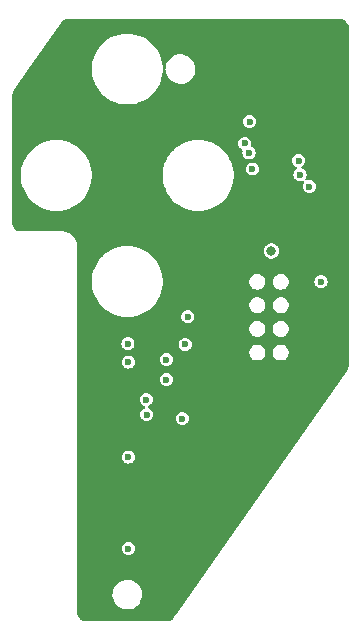
<source format=gbr>
%TF.GenerationSoftware,KiCad,Pcbnew,6.99.0-1.20221101gitf80c150.fc36*%
%TF.CreationDate,2022-11-27T20:33:09+00:00*%
%TF.ProjectId,bugg-led-r4,62756767-2d6c-4656-942d-72342e6b6963,rev?*%
%TF.SameCoordinates,Original*%
%TF.FileFunction,Copper,L5,Inr*%
%TF.FilePolarity,Positive*%
%FSLAX46Y46*%
G04 Gerber Fmt 4.6, Leading zero omitted, Abs format (unit mm)*
G04 Created by KiCad (PCBNEW 6.99.0-1.20221101gitf80c150.fc36) date 2022-11-27 20:33:09*
%MOMM*%
%LPD*%
G01*
G04 APERTURE LIST*
%TA.AperFunction,ViaPad*%
%ADD10C,0.800000*%
%TD*%
%TA.AperFunction,ViaPad*%
%ADD11C,0.600000*%
%TD*%
G04 APERTURE END LIST*
D10*
%TO.N,GND*%
X9525000Y3775000D03*
X16200000Y-5100000D03*
X16200000Y-4300000D03*
X13900000Y3525000D03*
X8925000Y-16175000D03*
D11*
%TO.N,+3V3*%
X10350000Y4550000D03*
D10*
X12200000Y-6400000D03*
D11*
%TO.N,Net-(LED201-GK)*%
X50000Y-14250000D03*
X3300000Y-17300000D03*
%TO.N,/LED1_B*%
X10600000Y550000D03*
X5125010Y-11974398D03*
%TO.N,/LED1_G*%
X4900000Y-14300000D03*
X10300000Y1900000D03*
%TO.N,/LED1_R*%
X9950000Y2700000D03*
X3300000Y-15600000D03*
%TO.N,/LED2_B*%
X15425010Y-950000D03*
X4650000Y-20600000D03*
%TO.N,/LED2_G*%
X14625010Y50000D03*
X1650000Y-20250000D03*
%TO.N,/LED2_R*%
X14500000Y1250000D03*
X1600000Y-19000000D03*
%TO.N,+5V*%
X100000Y-23850000D03*
X100000Y-15800000D03*
X100000Y-31600000D03*
X16400000Y-9000000D03*
%TD*%
%TA.AperFunction,Conductor*%
%TO.N,GND*%
G36*
X17955364Y13249499D02*
G01*
X17955568Y13249425D01*
X17956201Y13249426D01*
X17956202Y13249426D01*
X17961349Y13249435D01*
X17993545Y13249489D01*
X18005902Y13248901D01*
X18133661Y13236514D01*
X18157931Y13231720D01*
X18274841Y13196407D01*
X18297708Y13186962D01*
X18405453Y13129488D01*
X18426035Y13115756D01*
X18520475Y13038332D01*
X18537975Y13020844D01*
X18615465Y12926455D01*
X18629210Y12905886D01*
X18686760Y12798175D01*
X18696221Y12775313D01*
X18731612Y12658435D01*
X18736422Y12634165D01*
X18748897Y12506418D01*
X18749494Y12494050D01*
X18749456Y12456081D01*
X18749500Y12455961D01*
X18749500Y-16056015D01*
X18749129Y-16065682D01*
X18741583Y-16163747D01*
X18738650Y-16182744D01*
X18717019Y-16275334D01*
X18711231Y-16293666D01*
X18675764Y-16381894D01*
X18667254Y-16399132D01*
X18616311Y-16485101D01*
X18611099Y-16493176D01*
X18588515Y-16525401D01*
X18588502Y-16525451D01*
X18588498Y-16525457D01*
X7834240Y-31884178D01*
X4256447Y-36993813D01*
X3976774Y-37393228D01*
X3976476Y-37393583D01*
X3976289Y-37393714D01*
X3975902Y-37394267D01*
X3954426Y-37424936D01*
X3947026Y-37434492D01*
X3865523Y-37529920D01*
X3848153Y-37546695D01*
X3754702Y-37621030D01*
X3734448Y-37634183D01*
X3628525Y-37689322D01*
X3606133Y-37698369D01*
X3548889Y-37715326D01*
X3491643Y-37732283D01*
X3467936Y-37736892D01*
X3364068Y-37746893D01*
X3343013Y-37748920D01*
X3330937Y-37749500D01*
X-3493813Y-37749500D01*
X-3506163Y-37748893D01*
X-3512788Y-37748241D01*
X-3633869Y-37736315D01*
X-3658089Y-37731499D01*
X-3774952Y-37696049D01*
X-3797766Y-37686598D01*
X-3905461Y-37629034D01*
X-3925988Y-37615318D01*
X-4020391Y-37537844D01*
X-4037844Y-37520391D01*
X-4115318Y-37425988D01*
X-4129036Y-37405458D01*
X-4135017Y-37394267D01*
X-4186598Y-37297766D01*
X-4196050Y-37274949D01*
X-4231498Y-37158092D01*
X-4236316Y-37133866D01*
X-4248893Y-37006163D01*
X-4249500Y-36993813D01*
X-4249500Y-35556330D01*
X-1254290Y-35556330D01*
X-1224075Y-35779387D01*
X-1154517Y-35993464D01*
X-1047852Y-36191681D01*
X-1044330Y-36196097D01*
X-1044327Y-36196102D01*
X-978932Y-36278103D01*
X-907508Y-36367666D01*
X-903255Y-36371381D01*
X-903251Y-36371386D01*
X-742899Y-36511481D01*
X-737996Y-36515765D01*
X-544764Y-36631215D01*
X-334024Y-36710307D01*
X-328459Y-36711317D01*
X-328455Y-36711318D01*
X-118118Y-36749489D01*
X-112547Y-36750500D01*
X56155Y-36750500D01*
X224188Y-36735377D01*
X229642Y-36733872D01*
X229646Y-36733871D01*
X435710Y-36677000D01*
X435711Y-36677000D01*
X441170Y-36675493D01*
X643973Y-36577829D01*
X826078Y-36445522D01*
X981632Y-36282825D01*
X1038877Y-36196102D01*
X1102515Y-36099695D01*
X1102516Y-36099693D01*
X1105635Y-36094968D01*
X1194103Y-35887988D01*
X1244191Y-35668537D01*
X1254290Y-35443670D01*
X1224075Y-35220613D01*
X1154517Y-35006536D01*
X1047852Y-34808319D01*
X1044330Y-34803903D01*
X1044327Y-34803898D01*
X971906Y-34713086D01*
X907508Y-34632334D01*
X903255Y-34628619D01*
X903251Y-34628614D01*
X742255Y-34487956D01*
X737996Y-34484235D01*
X544764Y-34368785D01*
X334024Y-34289693D01*
X328459Y-34288683D01*
X328455Y-34288682D01*
X118118Y-34250511D01*
X112547Y-34249500D01*
X-56155Y-34249500D01*
X-224188Y-34264623D01*
X-229642Y-34266128D01*
X-229646Y-34266129D01*
X-435710Y-34323000D01*
X-441170Y-34324507D01*
X-643973Y-34422171D01*
X-826078Y-34554478D01*
X-981632Y-34717175D01*
X-984749Y-34721897D01*
X-1041795Y-34808319D01*
X-1105635Y-34905032D01*
X-1194103Y-35112012D01*
X-1244191Y-35331463D01*
X-1254290Y-35556330D01*
X-4249500Y-35556330D01*
X-4249500Y-31600000D01*
X-455250Y-31600000D01*
X-436330Y-31743709D01*
X-380861Y-31877625D01*
X-292621Y-31992621D01*
X-177625Y-32080861D01*
X-43709Y-32136330D01*
X100000Y-32155250D01*
X243709Y-32136330D01*
X377625Y-32080861D01*
X492621Y-31992621D01*
X580861Y-31877625D01*
X636330Y-31743709D01*
X655250Y-31600000D01*
X636330Y-31456291D01*
X580861Y-31322375D01*
X492621Y-31207379D01*
X377625Y-31119139D01*
X243709Y-31063670D01*
X100000Y-31044750D01*
X-43709Y-31063670D01*
X-177625Y-31119139D01*
X-292621Y-31207379D01*
X-380861Y-31322375D01*
X-436330Y-31456291D01*
X-455250Y-31600000D01*
X-4249500Y-31600000D01*
X-4249500Y-23850000D01*
X-455250Y-23850000D01*
X-436330Y-23993709D01*
X-380861Y-24127625D01*
X-292621Y-24242621D01*
X-177625Y-24330861D01*
X-43709Y-24386330D01*
X100000Y-24405250D01*
X243709Y-24386330D01*
X377625Y-24330861D01*
X492621Y-24242621D01*
X580861Y-24127625D01*
X636330Y-23993709D01*
X655250Y-23850000D01*
X636330Y-23706291D01*
X580861Y-23572375D01*
X492621Y-23457379D01*
X377625Y-23369139D01*
X243709Y-23313670D01*
X100000Y-23294750D01*
X-43709Y-23313670D01*
X-177625Y-23369139D01*
X-292621Y-23457379D01*
X-380861Y-23572375D01*
X-436330Y-23706291D01*
X-455250Y-23850000D01*
X-4249500Y-23850000D01*
X-4249500Y-19000000D01*
X1044750Y-19000000D01*
X1063670Y-19143709D01*
X1119139Y-19277625D01*
X1207379Y-19392621D01*
X1322375Y-19480861D01*
X1330002Y-19484020D01*
X1330007Y-19484023D01*
X1414321Y-19518946D01*
X1469603Y-19563494D01*
X1492024Y-19630857D01*
X1474466Y-19699648D01*
X1422504Y-19748027D01*
X1414322Y-19751764D01*
X1401450Y-19757096D01*
X1372375Y-19769139D01*
X1257379Y-19857379D01*
X1169139Y-19972375D01*
X1113670Y-20106291D01*
X1094750Y-20250000D01*
X1113670Y-20393709D01*
X1169139Y-20527625D01*
X1257379Y-20642621D01*
X1372375Y-20730861D01*
X1506291Y-20786330D01*
X1650000Y-20805250D01*
X1793709Y-20786330D01*
X1927625Y-20730861D01*
X2042621Y-20642621D01*
X2075325Y-20600000D01*
X4094750Y-20600000D01*
X4113670Y-20743709D01*
X4169139Y-20877625D01*
X4257379Y-20992621D01*
X4372375Y-21080861D01*
X4506291Y-21136330D01*
X4650000Y-21155250D01*
X4793709Y-21136330D01*
X4927625Y-21080861D01*
X5042621Y-20992621D01*
X5130861Y-20877625D01*
X5186330Y-20743709D01*
X5205250Y-20600000D01*
X5186330Y-20456291D01*
X5130861Y-20322375D01*
X5042621Y-20207379D01*
X4927625Y-20119139D01*
X4793709Y-20063670D01*
X4650000Y-20044750D01*
X4506291Y-20063670D01*
X4372375Y-20119139D01*
X4257379Y-20207379D01*
X4169139Y-20322375D01*
X4113670Y-20456291D01*
X4094750Y-20600000D01*
X2075325Y-20600000D01*
X2130861Y-20527625D01*
X2186330Y-20393709D01*
X2205250Y-20250000D01*
X2186330Y-20106291D01*
X2130861Y-19972375D01*
X2042621Y-19857379D01*
X1927625Y-19769139D01*
X1919996Y-19765979D01*
X1919993Y-19765977D01*
X1835679Y-19731054D01*
X1780397Y-19686506D01*
X1757976Y-19619143D01*
X1775534Y-19550352D01*
X1827496Y-19501973D01*
X1835678Y-19498236D01*
X1848550Y-19492904D01*
X1877625Y-19480861D01*
X1992621Y-19392621D01*
X2080861Y-19277625D01*
X2136330Y-19143709D01*
X2155250Y-19000000D01*
X2136330Y-18856291D01*
X2080861Y-18722375D01*
X1992621Y-18607379D01*
X1877625Y-18519139D01*
X1743709Y-18463670D01*
X1600000Y-18444750D01*
X1456291Y-18463670D01*
X1322375Y-18519139D01*
X1207379Y-18607379D01*
X1119139Y-18722375D01*
X1063670Y-18856291D01*
X1044750Y-19000000D01*
X-4249500Y-19000000D01*
X-4249500Y-17300000D01*
X2744750Y-17300000D01*
X2763670Y-17443709D01*
X2819139Y-17577625D01*
X2907379Y-17692621D01*
X3022375Y-17780861D01*
X3156291Y-17836330D01*
X3300000Y-17855250D01*
X3443709Y-17836330D01*
X3577625Y-17780861D01*
X3692621Y-17692621D01*
X3780861Y-17577625D01*
X3836330Y-17443709D01*
X3855250Y-17300000D01*
X3836330Y-17156291D01*
X3780861Y-17022375D01*
X3692621Y-16907379D01*
X3577625Y-16819139D01*
X3443709Y-16763670D01*
X3300000Y-16744750D01*
X3156291Y-16763670D01*
X3022375Y-16819139D01*
X2907379Y-16907379D01*
X2819139Y-17022375D01*
X2763670Y-17156291D01*
X2744750Y-17300000D01*
X-4249500Y-17300000D01*
X-4249500Y-15800000D01*
X-455250Y-15800000D01*
X-436330Y-15943709D01*
X-380861Y-16077625D01*
X-292621Y-16192621D01*
X-177625Y-16280861D01*
X-43709Y-16336330D01*
X100000Y-16355250D01*
X243709Y-16336330D01*
X377625Y-16280861D01*
X492621Y-16192621D01*
X580861Y-16077625D01*
X636330Y-15943709D01*
X655250Y-15800000D01*
X636330Y-15656291D01*
X613014Y-15600000D01*
X2744750Y-15600000D01*
X2763670Y-15743709D01*
X2819139Y-15877625D01*
X2907379Y-15992621D01*
X3022375Y-16080861D01*
X3156291Y-16136330D01*
X3300000Y-16155250D01*
X3443709Y-16136330D01*
X3577625Y-16080861D01*
X3692621Y-15992621D01*
X3780861Y-15877625D01*
X3836330Y-15743709D01*
X3855250Y-15600000D01*
X3836330Y-15456291D01*
X3780861Y-15322375D01*
X3692621Y-15207379D01*
X3577625Y-15119139D01*
X3488013Y-15082021D01*
X10324500Y-15082021D01*
X10363758Y-15241295D01*
X10367301Y-15248046D01*
X10367302Y-15248048D01*
X10375501Y-15263670D01*
X10439992Y-15386546D01*
X10548771Y-15509332D01*
X10555043Y-15513661D01*
X10555045Y-15513663D01*
X10668264Y-15591812D01*
X10683774Y-15602518D01*
X10773251Y-15636452D01*
X10830027Y-15657985D01*
X10830029Y-15657986D01*
X10837155Y-15660688D01*
X10844724Y-15661607D01*
X10955359Y-15675041D01*
X10955367Y-15675041D01*
X10959143Y-15675500D01*
X11040857Y-15675500D01*
X11044633Y-15675041D01*
X11044641Y-15675041D01*
X11155276Y-15661607D01*
X11162845Y-15660688D01*
X11169971Y-15657986D01*
X11169973Y-15657985D01*
X11226749Y-15636452D01*
X11316226Y-15602518D01*
X11331736Y-15591812D01*
X11444955Y-15513663D01*
X11444957Y-15513661D01*
X11451229Y-15509332D01*
X11560008Y-15386546D01*
X11624499Y-15263670D01*
X11632698Y-15248048D01*
X11632699Y-15248046D01*
X11636242Y-15241295D01*
X11675500Y-15082021D01*
X12324500Y-15082021D01*
X12363758Y-15241295D01*
X12367301Y-15248046D01*
X12367302Y-15248048D01*
X12375501Y-15263670D01*
X12439992Y-15386546D01*
X12548771Y-15509332D01*
X12555043Y-15513661D01*
X12555045Y-15513663D01*
X12668264Y-15591812D01*
X12683774Y-15602518D01*
X12773251Y-15636452D01*
X12830027Y-15657985D01*
X12830029Y-15657986D01*
X12837155Y-15660688D01*
X12844724Y-15661607D01*
X12955359Y-15675041D01*
X12955367Y-15675041D01*
X12959143Y-15675500D01*
X13040857Y-15675500D01*
X13044633Y-15675041D01*
X13044641Y-15675041D01*
X13155276Y-15661607D01*
X13162845Y-15660688D01*
X13169971Y-15657986D01*
X13169973Y-15657985D01*
X13226749Y-15636452D01*
X13316226Y-15602518D01*
X13331736Y-15591812D01*
X13444955Y-15513663D01*
X13444957Y-15513661D01*
X13451229Y-15509332D01*
X13560008Y-15386546D01*
X13624499Y-15263670D01*
X13632698Y-15248048D01*
X13632699Y-15248046D01*
X13636242Y-15241295D01*
X13675500Y-15082021D01*
X13675500Y-14917979D01*
X13660039Y-14855250D01*
X13647449Y-14804172D01*
X13636242Y-14758705D01*
X13621629Y-14730861D01*
X13563554Y-14620210D01*
X13563553Y-14620209D01*
X13560008Y-14613454D01*
X13451229Y-14490668D01*
X13444957Y-14486339D01*
X13444955Y-14486337D01*
X13322502Y-14401814D01*
X13316226Y-14397482D01*
X13226749Y-14363548D01*
X13169973Y-14342015D01*
X13169971Y-14342014D01*
X13162845Y-14339312D01*
X13146132Y-14337283D01*
X13044641Y-14324959D01*
X13044633Y-14324959D01*
X13040857Y-14324500D01*
X12959143Y-14324500D01*
X12955367Y-14324959D01*
X12955359Y-14324959D01*
X12853868Y-14337283D01*
X12837155Y-14339312D01*
X12830029Y-14342014D01*
X12830027Y-14342015D01*
X12773251Y-14363548D01*
X12683774Y-14397482D01*
X12677498Y-14401814D01*
X12555045Y-14486337D01*
X12555043Y-14486339D01*
X12548771Y-14490668D01*
X12439992Y-14613454D01*
X12436447Y-14620209D01*
X12436446Y-14620210D01*
X12378372Y-14730861D01*
X12363758Y-14758705D01*
X12352551Y-14804172D01*
X12339962Y-14855250D01*
X12324500Y-14917979D01*
X12324500Y-15082021D01*
X11675500Y-15082021D01*
X11675500Y-14917979D01*
X11660039Y-14855250D01*
X11647449Y-14804172D01*
X11636242Y-14758705D01*
X11621629Y-14730861D01*
X11563554Y-14620210D01*
X11563553Y-14620209D01*
X11560008Y-14613454D01*
X11451229Y-14490668D01*
X11444957Y-14486339D01*
X11444955Y-14486337D01*
X11322502Y-14401814D01*
X11316226Y-14397482D01*
X11226749Y-14363548D01*
X11169973Y-14342015D01*
X11169971Y-14342014D01*
X11162845Y-14339312D01*
X11146132Y-14337283D01*
X11044641Y-14324959D01*
X11044633Y-14324959D01*
X11040857Y-14324500D01*
X10959143Y-14324500D01*
X10955367Y-14324959D01*
X10955359Y-14324959D01*
X10853868Y-14337283D01*
X10837155Y-14339312D01*
X10830029Y-14342014D01*
X10830027Y-14342015D01*
X10773251Y-14363548D01*
X10683774Y-14397482D01*
X10677498Y-14401814D01*
X10555045Y-14486337D01*
X10555043Y-14486339D01*
X10548771Y-14490668D01*
X10439992Y-14613454D01*
X10436447Y-14620209D01*
X10436446Y-14620210D01*
X10378372Y-14730861D01*
X10363758Y-14758705D01*
X10352551Y-14804172D01*
X10339962Y-14855250D01*
X10324500Y-14917979D01*
X10324500Y-15082021D01*
X3488013Y-15082021D01*
X3443709Y-15063670D01*
X3300000Y-15044750D01*
X3156291Y-15063670D01*
X3022375Y-15119139D01*
X2907379Y-15207379D01*
X2819139Y-15322375D01*
X2763670Y-15456291D01*
X2744750Y-15600000D01*
X613014Y-15600000D01*
X580861Y-15522375D01*
X492621Y-15407379D01*
X377625Y-15319139D01*
X243709Y-15263670D01*
X100000Y-15244750D01*
X-43709Y-15263670D01*
X-177625Y-15319139D01*
X-292621Y-15407379D01*
X-380861Y-15522375D01*
X-436330Y-15656291D01*
X-455250Y-15800000D01*
X-4249500Y-15800000D01*
X-4249500Y-14250000D01*
X-505250Y-14250000D01*
X-486330Y-14393709D01*
X-430861Y-14527625D01*
X-342621Y-14642621D01*
X-227625Y-14730861D01*
X-93709Y-14786330D01*
X50000Y-14805250D01*
X193709Y-14786330D01*
X327625Y-14730861D01*
X442621Y-14642621D01*
X530861Y-14527625D01*
X586330Y-14393709D01*
X598667Y-14300000D01*
X4344750Y-14300000D01*
X4363670Y-14443709D01*
X4419139Y-14577625D01*
X4507379Y-14692621D01*
X4622375Y-14780861D01*
X4756291Y-14836330D01*
X4900000Y-14855250D01*
X5043709Y-14836330D01*
X5177625Y-14780861D01*
X5292621Y-14692621D01*
X5380861Y-14577625D01*
X5436330Y-14443709D01*
X5455250Y-14300000D01*
X5436330Y-14156291D01*
X5380861Y-14022375D01*
X5292621Y-13907379D01*
X5177625Y-13819139D01*
X5043709Y-13763670D01*
X4900000Y-13744750D01*
X4756291Y-13763670D01*
X4622375Y-13819139D01*
X4507379Y-13907379D01*
X4419139Y-14022375D01*
X4363670Y-14156291D01*
X4344750Y-14300000D01*
X598667Y-14300000D01*
X605250Y-14250000D01*
X586330Y-14106291D01*
X530861Y-13972375D01*
X442621Y-13857379D01*
X327625Y-13769139D01*
X193709Y-13713670D01*
X50000Y-13694750D01*
X-93709Y-13713670D01*
X-227625Y-13769139D01*
X-342621Y-13857379D01*
X-430861Y-13972375D01*
X-486330Y-14106291D01*
X-505250Y-14250000D01*
X-4249500Y-14250000D01*
X-4249500Y-13082021D01*
X10324500Y-13082021D01*
X10363758Y-13241295D01*
X10439992Y-13386546D01*
X10548771Y-13509332D01*
X10555043Y-13513661D01*
X10555045Y-13513663D01*
X10677498Y-13598186D01*
X10683774Y-13602518D01*
X10773251Y-13636452D01*
X10830027Y-13657985D01*
X10830029Y-13657986D01*
X10837155Y-13660688D01*
X10844724Y-13661607D01*
X10955359Y-13675041D01*
X10955367Y-13675041D01*
X10959143Y-13675500D01*
X11040857Y-13675500D01*
X11044633Y-13675041D01*
X11044641Y-13675041D01*
X11155276Y-13661607D01*
X11162845Y-13660688D01*
X11169971Y-13657986D01*
X11169973Y-13657985D01*
X11226749Y-13636452D01*
X11316226Y-13602518D01*
X11322502Y-13598186D01*
X11444955Y-13513663D01*
X11444957Y-13513661D01*
X11451229Y-13509332D01*
X11560008Y-13386546D01*
X11636242Y-13241295D01*
X11675500Y-13082021D01*
X12324500Y-13082021D01*
X12363758Y-13241295D01*
X12439992Y-13386546D01*
X12548771Y-13509332D01*
X12555043Y-13513661D01*
X12555045Y-13513663D01*
X12677498Y-13598186D01*
X12683774Y-13602518D01*
X12773251Y-13636452D01*
X12830027Y-13657985D01*
X12830029Y-13657986D01*
X12837155Y-13660688D01*
X12844724Y-13661607D01*
X12955359Y-13675041D01*
X12955367Y-13675041D01*
X12959143Y-13675500D01*
X13040857Y-13675500D01*
X13044633Y-13675041D01*
X13044641Y-13675041D01*
X13155276Y-13661607D01*
X13162845Y-13660688D01*
X13169971Y-13657986D01*
X13169973Y-13657985D01*
X13226749Y-13636452D01*
X13316226Y-13602518D01*
X13322502Y-13598186D01*
X13444955Y-13513663D01*
X13444957Y-13513661D01*
X13451229Y-13509332D01*
X13560008Y-13386546D01*
X13636242Y-13241295D01*
X13675500Y-13082021D01*
X13675500Y-12917979D01*
X13636242Y-12758705D01*
X13560008Y-12613454D01*
X13451229Y-12490668D01*
X13444957Y-12486339D01*
X13444955Y-12486337D01*
X13322502Y-12401814D01*
X13316226Y-12397482D01*
X13218631Y-12360469D01*
X13169973Y-12342015D01*
X13169971Y-12342014D01*
X13162845Y-12339312D01*
X13146132Y-12337283D01*
X13044641Y-12324959D01*
X13044633Y-12324959D01*
X13040857Y-12324500D01*
X12959143Y-12324500D01*
X12955367Y-12324959D01*
X12955359Y-12324959D01*
X12853868Y-12337283D01*
X12837155Y-12339312D01*
X12830029Y-12342014D01*
X12830027Y-12342015D01*
X12781369Y-12360469D01*
X12683774Y-12397482D01*
X12677498Y-12401814D01*
X12555045Y-12486337D01*
X12555043Y-12486339D01*
X12548771Y-12490668D01*
X12439992Y-12613454D01*
X12363758Y-12758705D01*
X12324500Y-12917979D01*
X12324500Y-13082021D01*
X11675500Y-13082021D01*
X11675500Y-12917979D01*
X11636242Y-12758705D01*
X11560008Y-12613454D01*
X11451229Y-12490668D01*
X11444957Y-12486339D01*
X11444955Y-12486337D01*
X11322502Y-12401814D01*
X11316226Y-12397482D01*
X11218631Y-12360469D01*
X11169973Y-12342015D01*
X11169971Y-12342014D01*
X11162845Y-12339312D01*
X11146132Y-12337283D01*
X11044641Y-12324959D01*
X11044633Y-12324959D01*
X11040857Y-12324500D01*
X10959143Y-12324500D01*
X10955367Y-12324959D01*
X10955359Y-12324959D01*
X10853868Y-12337283D01*
X10837155Y-12339312D01*
X10830029Y-12342014D01*
X10830027Y-12342015D01*
X10781369Y-12360469D01*
X10683774Y-12397482D01*
X10677498Y-12401814D01*
X10555045Y-12486337D01*
X10555043Y-12486339D01*
X10548771Y-12490668D01*
X10439992Y-12613454D01*
X10363758Y-12758705D01*
X10324500Y-12917979D01*
X10324500Y-13082021D01*
X-4249500Y-13082021D01*
X-4249500Y-9174759D01*
X-3000500Y-9174759D01*
X-2959923Y-9521914D01*
X-2879319Y-9862011D01*
X-2759777Y-10190451D01*
X-2602913Y-10502793D01*
X-2410849Y-10794811D01*
X-2186183Y-11062558D01*
X-2183527Y-11065064D01*
X-2183524Y-11065067D01*
X-2088880Y-11154359D01*
X-1931953Y-11302412D01*
X-1929019Y-11304596D01*
X-1929017Y-11304598D01*
X-1811270Y-11392257D01*
X-1651596Y-11511130D01*
X-1648424Y-11512961D01*
X-1648423Y-11512962D01*
X-1366898Y-11675500D01*
X-1348904Y-11685889D01*
X-1027971Y-11824326D01*
X-1024464Y-11825376D01*
X-1024461Y-11825377D01*
X-696651Y-11923517D01*
X-696646Y-11923518D01*
X-693136Y-11924569D01*
X-348927Y-11985262D01*
X-345274Y-11985475D01*
X-345272Y-11985475D01*
X-260912Y-11990388D01*
X-87305Y-12000500D01*
X87305Y-12000500D01*
X260912Y-11990388D01*
X345272Y-11985475D01*
X345274Y-11985475D01*
X348927Y-11985262D01*
X410540Y-11974398D01*
X4569760Y-11974398D01*
X4588680Y-12118107D01*
X4644149Y-12252023D01*
X4732389Y-12367019D01*
X4847385Y-12455259D01*
X4981301Y-12510728D01*
X5125010Y-12529648D01*
X5268719Y-12510728D01*
X5402635Y-12455259D01*
X5517631Y-12367019D01*
X5605871Y-12252023D01*
X5661340Y-12118107D01*
X5680260Y-11974398D01*
X5661340Y-11830689D01*
X5605871Y-11696773D01*
X5517631Y-11581777D01*
X5402635Y-11493537D01*
X5268719Y-11438068D01*
X5125010Y-11419148D01*
X4981301Y-11438068D01*
X4847385Y-11493537D01*
X4732389Y-11581777D01*
X4644149Y-11696773D01*
X4588680Y-11830689D01*
X4569760Y-11974398D01*
X410540Y-11974398D01*
X693136Y-11924569D01*
X696646Y-11923518D01*
X696651Y-11923517D01*
X1024461Y-11825377D01*
X1024464Y-11825376D01*
X1027971Y-11824326D01*
X1348904Y-11685889D01*
X1366899Y-11675500D01*
X1648423Y-11512962D01*
X1648424Y-11512961D01*
X1651596Y-11511130D01*
X1811270Y-11392257D01*
X1929017Y-11304598D01*
X1929019Y-11304596D01*
X1931953Y-11302412D01*
X2088880Y-11154359D01*
X2165554Y-11082021D01*
X10324500Y-11082021D01*
X10363758Y-11241295D01*
X10439992Y-11386546D01*
X10548771Y-11509332D01*
X10555043Y-11513661D01*
X10555045Y-11513663D01*
X10663215Y-11588327D01*
X10683774Y-11602518D01*
X10773251Y-11636452D01*
X10830027Y-11657985D01*
X10830029Y-11657986D01*
X10837155Y-11660688D01*
X10844724Y-11661607D01*
X10955359Y-11675041D01*
X10955367Y-11675041D01*
X10959143Y-11675500D01*
X11040857Y-11675500D01*
X11044633Y-11675041D01*
X11044641Y-11675041D01*
X11155276Y-11661607D01*
X11162845Y-11660688D01*
X11169971Y-11657986D01*
X11169973Y-11657985D01*
X11226749Y-11636452D01*
X11316226Y-11602518D01*
X11336785Y-11588327D01*
X11444955Y-11513663D01*
X11444957Y-11513661D01*
X11451229Y-11509332D01*
X11560008Y-11386546D01*
X11636242Y-11241295D01*
X11675500Y-11082021D01*
X12324500Y-11082021D01*
X12363758Y-11241295D01*
X12439992Y-11386546D01*
X12548771Y-11509332D01*
X12555043Y-11513661D01*
X12555045Y-11513663D01*
X12663215Y-11588327D01*
X12683774Y-11602518D01*
X12773251Y-11636452D01*
X12830027Y-11657985D01*
X12830029Y-11657986D01*
X12837155Y-11660688D01*
X12844724Y-11661607D01*
X12955359Y-11675041D01*
X12955367Y-11675041D01*
X12959143Y-11675500D01*
X13040857Y-11675500D01*
X13044633Y-11675041D01*
X13044641Y-11675041D01*
X13155276Y-11661607D01*
X13162845Y-11660688D01*
X13169971Y-11657986D01*
X13169973Y-11657985D01*
X13226749Y-11636452D01*
X13316226Y-11602518D01*
X13336785Y-11588327D01*
X13444955Y-11513663D01*
X13444957Y-11513661D01*
X13451229Y-11509332D01*
X13560008Y-11386546D01*
X13636242Y-11241295D01*
X13675500Y-11082021D01*
X13675500Y-10917979D01*
X13636242Y-10758705D01*
X13560008Y-10613454D01*
X13451229Y-10490668D01*
X13444957Y-10486339D01*
X13444955Y-10486337D01*
X13322502Y-10401814D01*
X13316226Y-10397482D01*
X13226749Y-10363548D01*
X13169973Y-10342015D01*
X13169971Y-10342014D01*
X13162845Y-10339312D01*
X13146132Y-10337283D01*
X13044641Y-10324959D01*
X13044633Y-10324959D01*
X13040857Y-10324500D01*
X12959143Y-10324500D01*
X12955367Y-10324959D01*
X12955359Y-10324959D01*
X12853868Y-10337283D01*
X12837155Y-10339312D01*
X12830029Y-10342014D01*
X12830027Y-10342015D01*
X12773251Y-10363548D01*
X12683774Y-10397482D01*
X12677498Y-10401814D01*
X12555045Y-10486337D01*
X12555043Y-10486339D01*
X12548771Y-10490668D01*
X12439992Y-10613454D01*
X12363758Y-10758705D01*
X12324500Y-10917979D01*
X12324500Y-11082021D01*
X11675500Y-11082021D01*
X11675500Y-10917979D01*
X11636242Y-10758705D01*
X11560008Y-10613454D01*
X11451229Y-10490668D01*
X11444957Y-10486339D01*
X11444955Y-10486337D01*
X11322502Y-10401814D01*
X11316226Y-10397482D01*
X11226749Y-10363548D01*
X11169973Y-10342015D01*
X11169971Y-10342014D01*
X11162845Y-10339312D01*
X11146132Y-10337283D01*
X11044641Y-10324959D01*
X11044633Y-10324959D01*
X11040857Y-10324500D01*
X10959143Y-10324500D01*
X10955367Y-10324959D01*
X10955359Y-10324959D01*
X10853868Y-10337283D01*
X10837155Y-10339312D01*
X10830029Y-10342014D01*
X10830027Y-10342015D01*
X10773251Y-10363548D01*
X10683774Y-10397482D01*
X10677498Y-10401814D01*
X10555045Y-10486337D01*
X10555043Y-10486339D01*
X10548771Y-10490668D01*
X10439992Y-10613454D01*
X10363758Y-10758705D01*
X10324500Y-10917979D01*
X10324500Y-11082021D01*
X2165554Y-11082021D01*
X2183524Y-11065067D01*
X2183527Y-11065064D01*
X2186183Y-11062558D01*
X2410849Y-10794811D01*
X2602913Y-10502793D01*
X2759777Y-10190451D01*
X2879319Y-9862011D01*
X2959923Y-9521914D01*
X3000500Y-9174759D01*
X3000500Y-9082021D01*
X10324500Y-9082021D01*
X10363758Y-9241295D01*
X10367301Y-9248046D01*
X10367302Y-9248048D01*
X10386265Y-9284178D01*
X10439992Y-9386546D01*
X10548771Y-9509332D01*
X10555043Y-9513661D01*
X10555045Y-9513663D01*
X10677498Y-9598186D01*
X10683774Y-9602518D01*
X10773251Y-9636452D01*
X10830027Y-9657985D01*
X10830029Y-9657986D01*
X10837155Y-9660688D01*
X10844724Y-9661607D01*
X10955359Y-9675041D01*
X10955367Y-9675041D01*
X10959143Y-9675500D01*
X11040857Y-9675500D01*
X11044633Y-9675041D01*
X11044641Y-9675041D01*
X11155276Y-9661607D01*
X11162845Y-9660688D01*
X11169971Y-9657986D01*
X11169973Y-9657985D01*
X11226749Y-9636452D01*
X11316226Y-9602518D01*
X11322502Y-9598186D01*
X11444955Y-9513663D01*
X11444957Y-9513661D01*
X11451229Y-9509332D01*
X11560008Y-9386546D01*
X11613735Y-9284178D01*
X11632698Y-9248048D01*
X11632699Y-9248046D01*
X11636242Y-9241295D01*
X11675500Y-9082021D01*
X12324500Y-9082021D01*
X12363758Y-9241295D01*
X12367301Y-9248046D01*
X12367302Y-9248048D01*
X12386265Y-9284178D01*
X12439992Y-9386546D01*
X12548771Y-9509332D01*
X12555043Y-9513661D01*
X12555045Y-9513663D01*
X12677498Y-9598186D01*
X12683774Y-9602518D01*
X12773251Y-9636452D01*
X12830027Y-9657985D01*
X12830029Y-9657986D01*
X12837155Y-9660688D01*
X12844724Y-9661607D01*
X12955359Y-9675041D01*
X12955367Y-9675041D01*
X12959143Y-9675500D01*
X13040857Y-9675500D01*
X13044633Y-9675041D01*
X13044641Y-9675041D01*
X13155276Y-9661607D01*
X13162845Y-9660688D01*
X13169971Y-9657986D01*
X13169973Y-9657985D01*
X13226749Y-9636452D01*
X13316226Y-9602518D01*
X13322502Y-9598186D01*
X13444955Y-9513663D01*
X13444957Y-9513661D01*
X13451229Y-9509332D01*
X13560008Y-9386546D01*
X13613735Y-9284178D01*
X13632698Y-9248048D01*
X13632699Y-9248046D01*
X13636242Y-9241295D01*
X13675500Y-9082021D01*
X13675500Y-9000000D01*
X15844750Y-9000000D01*
X15863670Y-9143709D01*
X15919139Y-9277625D01*
X16007379Y-9392621D01*
X16122375Y-9480861D01*
X16256291Y-9536330D01*
X16400000Y-9555250D01*
X16543709Y-9536330D01*
X16677625Y-9480861D01*
X16792621Y-9392621D01*
X16880861Y-9277625D01*
X16936330Y-9143709D01*
X16955250Y-9000000D01*
X16936330Y-8856291D01*
X16880861Y-8722375D01*
X16792621Y-8607379D01*
X16677625Y-8519139D01*
X16543709Y-8463670D01*
X16400000Y-8444750D01*
X16256291Y-8463670D01*
X16122375Y-8519139D01*
X16007379Y-8607379D01*
X15919139Y-8722375D01*
X15863670Y-8856291D01*
X15844750Y-9000000D01*
X13675500Y-9000000D01*
X13675500Y-8917979D01*
X13636242Y-8758705D01*
X13621179Y-8730004D01*
X13563554Y-8620210D01*
X13563553Y-8620209D01*
X13560008Y-8613454D01*
X13451229Y-8490668D01*
X13444957Y-8486339D01*
X13444955Y-8486337D01*
X13322502Y-8401814D01*
X13316226Y-8397482D01*
X13226749Y-8363548D01*
X13169973Y-8342015D01*
X13169971Y-8342014D01*
X13162845Y-8339312D01*
X13146132Y-8337283D01*
X13044641Y-8324959D01*
X13044633Y-8324959D01*
X13040857Y-8324500D01*
X12959143Y-8324500D01*
X12955367Y-8324959D01*
X12955359Y-8324959D01*
X12853868Y-8337283D01*
X12837155Y-8339312D01*
X12830029Y-8342014D01*
X12830027Y-8342015D01*
X12773251Y-8363548D01*
X12683774Y-8397482D01*
X12677498Y-8401814D01*
X12555045Y-8486337D01*
X12555043Y-8486339D01*
X12548771Y-8490668D01*
X12439992Y-8613454D01*
X12436447Y-8620209D01*
X12436446Y-8620210D01*
X12378822Y-8730004D01*
X12363758Y-8758705D01*
X12324500Y-8917979D01*
X12324500Y-9082021D01*
X11675500Y-9082021D01*
X11675500Y-8917979D01*
X11636242Y-8758705D01*
X11621179Y-8730004D01*
X11563554Y-8620210D01*
X11563553Y-8620209D01*
X11560008Y-8613454D01*
X11451229Y-8490668D01*
X11444957Y-8486339D01*
X11444955Y-8486337D01*
X11322502Y-8401814D01*
X11316226Y-8397482D01*
X11226749Y-8363548D01*
X11169973Y-8342015D01*
X11169971Y-8342014D01*
X11162845Y-8339312D01*
X11146132Y-8337283D01*
X11044641Y-8324959D01*
X11044633Y-8324959D01*
X11040857Y-8324500D01*
X10959143Y-8324500D01*
X10955367Y-8324959D01*
X10955359Y-8324959D01*
X10853868Y-8337283D01*
X10837155Y-8339312D01*
X10830029Y-8342014D01*
X10830027Y-8342015D01*
X10773251Y-8363548D01*
X10683774Y-8397482D01*
X10677498Y-8401814D01*
X10555045Y-8486337D01*
X10555043Y-8486339D01*
X10548771Y-8490668D01*
X10439992Y-8613454D01*
X10436447Y-8620209D01*
X10436446Y-8620210D01*
X10378822Y-8730004D01*
X10363758Y-8758705D01*
X10324500Y-8917979D01*
X10324500Y-9082021D01*
X3000500Y-9082021D01*
X3000500Y-8825241D01*
X2959923Y-8478086D01*
X2879319Y-8137989D01*
X2759777Y-7809549D01*
X2602913Y-7497207D01*
X2410849Y-7205189D01*
X2186183Y-6937442D01*
X2182779Y-6934230D01*
X2070453Y-6828256D01*
X1931953Y-6697588D01*
X1651596Y-6488870D01*
X1648423Y-6487038D01*
X1497669Y-6400000D01*
X11544722Y-6400000D01*
X11563763Y-6556818D01*
X11619780Y-6704523D01*
X11709517Y-6834530D01*
X11715218Y-6839581D01*
X11715222Y-6839585D01*
X11776735Y-6894080D01*
X11827760Y-6939283D01*
X11967635Y-7012696D01*
X12121015Y-7050500D01*
X12278985Y-7050500D01*
X12432365Y-7012696D01*
X12572240Y-6939283D01*
X12623265Y-6894080D01*
X12684778Y-6839585D01*
X12684782Y-6839581D01*
X12690483Y-6834530D01*
X12780220Y-6704523D01*
X12836237Y-6556818D01*
X12855278Y-6400000D01*
X12836237Y-6243182D01*
X12780220Y-6095477D01*
X12724343Y-6014525D01*
X12694814Y-5971744D01*
X12694812Y-5971742D01*
X12690483Y-5965470D01*
X12684782Y-5960419D01*
X12684778Y-5960415D01*
X12612848Y-5896692D01*
X12572240Y-5860717D01*
X12432365Y-5787304D01*
X12278985Y-5749500D01*
X12121015Y-5749500D01*
X11967635Y-5787304D01*
X11827760Y-5860717D01*
X11787152Y-5896692D01*
X11715222Y-5960415D01*
X11715218Y-5960419D01*
X11709517Y-5965470D01*
X11705188Y-5971742D01*
X11705186Y-5971744D01*
X11675657Y-6014525D01*
X11619780Y-6095477D01*
X11563763Y-6243182D01*
X11544722Y-6400000D01*
X1497669Y-6400000D01*
X1352081Y-6315945D01*
X1352078Y-6315943D01*
X1348904Y-6314111D01*
X1027971Y-6175674D01*
X1024464Y-6174624D01*
X1024461Y-6174623D01*
X696651Y-6076483D01*
X696646Y-6076482D01*
X693136Y-6075431D01*
X348927Y-6014738D01*
X345274Y-6014525D01*
X345272Y-6014525D01*
X260912Y-6009612D01*
X87305Y-5999500D01*
X-87305Y-5999500D01*
X-260912Y-6009612D01*
X-345272Y-6014525D01*
X-345274Y-6014525D01*
X-348927Y-6014738D01*
X-693136Y-6075431D01*
X-696646Y-6076482D01*
X-696651Y-6076483D01*
X-1024461Y-6174623D01*
X-1024464Y-6174624D01*
X-1027971Y-6175674D01*
X-1348904Y-6314111D01*
X-1352078Y-6315943D01*
X-1352081Y-6315945D01*
X-1648423Y-6487038D01*
X-1651596Y-6488870D01*
X-1931953Y-6697588D01*
X-2070453Y-6828256D01*
X-2182778Y-6934230D01*
X-2186183Y-6937442D01*
X-2410849Y-7205189D01*
X-2602913Y-7497207D01*
X-2759777Y-7809549D01*
X-2879319Y-8137989D01*
X-2959923Y-8478086D01*
X-3000500Y-8825241D01*
X-3000500Y-9174759D01*
X-4249500Y-9174759D01*
X-4249500Y-5901584D01*
X-4280291Y-5707174D01*
X-4341116Y-5519974D01*
X-4343362Y-5515567D01*
X-4343364Y-5515561D01*
X-4428226Y-5349011D01*
X-4430476Y-5344595D01*
X-4546172Y-5185354D01*
X-4685354Y-5046172D01*
X-4844595Y-4930476D01*
X-4866525Y-4919302D01*
X-5015561Y-4843364D01*
X-5015567Y-4843362D01*
X-5019974Y-4841116D01*
X-5207174Y-4780291D01*
X-5401584Y-4749500D01*
X-8993334Y-4749500D01*
X-9005764Y-4748885D01*
X-9133469Y-4736225D01*
X-9157664Y-4731399D01*
X-9274558Y-4695886D01*
X-9297350Y-4686437D01*
X-9405079Y-4628827D01*
X-9425592Y-4615118D01*
X-9520035Y-4537614D01*
X-9537484Y-4520170D01*
X-9615009Y-4425751D01*
X-9628724Y-4405240D01*
X-9632364Y-4398437D01*
X-9686363Y-4297521D01*
X-9695816Y-4274736D01*
X-9731359Y-4157847D01*
X-9736191Y-4133653D01*
X-9748882Y-4005968D01*
X-9749500Y-3993506D01*
X-9749500Y-174759D01*
X-9000500Y-174759D01*
X-8959923Y-521914D01*
X-8879319Y-862011D01*
X-8759777Y-1190451D01*
X-8758137Y-1193717D01*
X-8758135Y-1193721D01*
X-8686644Y-1336071D01*
X-8602913Y-1502793D01*
X-8410849Y-1794811D01*
X-8186183Y-2062558D01*
X-7931953Y-2302412D01*
X-7651596Y-2511130D01*
X-7348904Y-2685889D01*
X-7027971Y-2824326D01*
X-7024464Y-2825376D01*
X-7024461Y-2825377D01*
X-6696651Y-2923517D01*
X-6696646Y-2923518D01*
X-6693136Y-2924569D01*
X-6348927Y-2985262D01*
X-6345274Y-2985475D01*
X-6345272Y-2985475D01*
X-6260912Y-2990388D01*
X-6087305Y-3000500D01*
X-5912695Y-3000500D01*
X-5739088Y-2990388D01*
X-5654728Y-2985475D01*
X-5654726Y-2985475D01*
X-5651073Y-2985262D01*
X-5306864Y-2924569D01*
X-5303354Y-2923518D01*
X-5303349Y-2923517D01*
X-4975539Y-2825377D01*
X-4975536Y-2825376D01*
X-4972029Y-2824326D01*
X-4651096Y-2685889D01*
X-4348404Y-2511130D01*
X-4068047Y-2302412D01*
X-3813817Y-2062558D01*
X-3589151Y-1794811D01*
X-3397087Y-1502793D01*
X-3313356Y-1336071D01*
X-3241865Y-1193721D01*
X-3241863Y-1193717D01*
X-3240223Y-1190451D01*
X-3120681Y-862011D01*
X-3040077Y-521914D01*
X-2999500Y-174759D01*
X2999500Y-174759D01*
X3040077Y-521914D01*
X3120681Y-862011D01*
X3240223Y-1190451D01*
X3241863Y-1193717D01*
X3241865Y-1193721D01*
X3313356Y-1336071D01*
X3397087Y-1502793D01*
X3589151Y-1794811D01*
X3813817Y-2062558D01*
X4068047Y-2302412D01*
X4348404Y-2511130D01*
X4651096Y-2685889D01*
X4972029Y-2824326D01*
X4975536Y-2825376D01*
X4975539Y-2825377D01*
X5303349Y-2923517D01*
X5303354Y-2923518D01*
X5306864Y-2924569D01*
X5651073Y-2985262D01*
X5654726Y-2985475D01*
X5654728Y-2985475D01*
X5739088Y-2990388D01*
X5912695Y-3000500D01*
X6087305Y-3000500D01*
X6260912Y-2990388D01*
X6345272Y-2985475D01*
X6345274Y-2985475D01*
X6348927Y-2985262D01*
X6693136Y-2924569D01*
X6696646Y-2923518D01*
X6696651Y-2923517D01*
X7024461Y-2825377D01*
X7024464Y-2825376D01*
X7027971Y-2824326D01*
X7348904Y-2685889D01*
X7651596Y-2511130D01*
X7931953Y-2302412D01*
X8186183Y-2062558D01*
X8410849Y-1794811D01*
X8602913Y-1502793D01*
X8686644Y-1336071D01*
X8758135Y-1193721D01*
X8758137Y-1193717D01*
X8759777Y-1190451D01*
X8879319Y-862011D01*
X8959923Y-521914D01*
X9000500Y-174759D01*
X9000500Y174759D01*
X8959923Y521914D01*
X8953267Y550000D01*
X10044750Y550000D01*
X10063670Y406291D01*
X10119139Y272375D01*
X10207379Y157379D01*
X10322375Y69139D01*
X10456291Y13670D01*
X10600000Y-5250D01*
X10743709Y13670D01*
X10877625Y69139D01*
X10992621Y157379D01*
X11080861Y272375D01*
X11136330Y406291D01*
X11155250Y550000D01*
X11136330Y693709D01*
X11080861Y827625D01*
X10992621Y942621D01*
X10877625Y1030861D01*
X10743709Y1086330D01*
X10600000Y1105250D01*
X10456291Y1086330D01*
X10322375Y1030861D01*
X10207379Y942621D01*
X10119139Y827625D01*
X10063670Y693709D01*
X10044750Y550000D01*
X8953267Y550000D01*
X8879319Y862011D01*
X8852364Y936071D01*
X8761031Y1187006D01*
X8761030Y1187008D01*
X8759777Y1190451D01*
X8729871Y1250000D01*
X13944750Y1250000D01*
X13963670Y1106291D01*
X14019139Y972375D01*
X14107379Y857379D01*
X14222375Y769139D01*
X14280148Y745209D01*
X14303602Y735494D01*
X14358883Y690946D01*
X14381304Y623583D01*
X14363746Y554791D01*
X14332088Y519123D01*
X14232389Y442621D01*
X14144149Y327625D01*
X14088680Y193709D01*
X14069760Y50000D01*
X14088680Y-93709D01*
X14144149Y-227625D01*
X14232389Y-342621D01*
X14347385Y-430861D01*
X14481301Y-486330D01*
X14625010Y-505250D01*
X14768719Y-486330D01*
X14800715Y-473077D01*
X14871305Y-465488D01*
X14934792Y-497268D01*
X14971019Y-558326D01*
X14968485Y-629277D01*
X14952983Y-658487D01*
X14953305Y-658673D01*
X14949177Y-665822D01*
X14944149Y-672375D01*
X14888680Y-806291D01*
X14869760Y-950000D01*
X14888680Y-1093709D01*
X14944149Y-1227625D01*
X15032389Y-1342621D01*
X15147385Y-1430861D01*
X15281301Y-1486330D01*
X15425010Y-1505250D01*
X15568719Y-1486330D01*
X15702635Y-1430861D01*
X15817631Y-1342621D01*
X15905871Y-1227625D01*
X15961340Y-1093709D01*
X15980260Y-950000D01*
X15961340Y-806291D01*
X15905871Y-672375D01*
X15817631Y-557379D01*
X15702635Y-469139D01*
X15568719Y-413670D01*
X15425010Y-394750D01*
X15281301Y-413670D01*
X15273669Y-416831D01*
X15273670Y-416831D01*
X15249305Y-426923D01*
X15178715Y-434512D01*
X15115228Y-402732D01*
X15079001Y-341674D01*
X15081535Y-270723D01*
X15097037Y-241513D01*
X15096715Y-241327D01*
X15100843Y-234178D01*
X15105871Y-227625D01*
X15161340Y-93709D01*
X15180260Y50000D01*
X15161340Y193709D01*
X15105871Y327625D01*
X15017631Y442621D01*
X14902635Y530861D01*
X14821408Y564506D01*
X14766127Y609054D01*
X14743706Y676417D01*
X14761264Y745209D01*
X14792922Y780877D01*
X14886071Y852353D01*
X14892621Y857379D01*
X14980861Y972375D01*
X15036330Y1106291D01*
X15055250Y1250000D01*
X15036330Y1393709D01*
X14980861Y1527625D01*
X14892621Y1642621D01*
X14777625Y1730861D01*
X14643709Y1786330D01*
X14500000Y1805250D01*
X14356291Y1786330D01*
X14222375Y1730861D01*
X14107379Y1642621D01*
X14019139Y1527625D01*
X13963670Y1393709D01*
X13944750Y1250000D01*
X8729871Y1250000D01*
X8646513Y1415979D01*
X8602913Y1502793D01*
X8410849Y1794811D01*
X8186183Y2062558D01*
X8149175Y2097474D01*
X8077773Y2164838D01*
X7931953Y2302412D01*
X7813479Y2390613D01*
X7654531Y2508945D01*
X7651596Y2511130D01*
X7648423Y2512962D01*
X7352081Y2684055D01*
X7352078Y2684057D01*
X7348904Y2685889D01*
X7316191Y2700000D01*
X9394750Y2700000D01*
X9413670Y2556291D01*
X9469139Y2422375D01*
X9557379Y2307379D01*
X9672375Y2219139D01*
X9683835Y2214392D01*
X9695917Y2209387D01*
X9751197Y2164838D01*
X9773617Y2097474D01*
X9766837Y2059885D01*
X9768967Y2059314D01*
X9766830Y2051338D01*
X9763670Y2043709D01*
X9744750Y1900000D01*
X9763670Y1756291D01*
X9819139Y1622375D01*
X9907379Y1507379D01*
X10022375Y1419139D01*
X10156291Y1363670D01*
X10300000Y1344750D01*
X10443709Y1363670D01*
X10577625Y1419139D01*
X10692621Y1507379D01*
X10780861Y1622375D01*
X10836330Y1756291D01*
X10855250Y1900000D01*
X10836330Y2043709D01*
X10780861Y2177625D01*
X10692621Y2292621D01*
X10577625Y2380861D01*
X10566165Y2385608D01*
X10554083Y2390613D01*
X10498803Y2435162D01*
X10476383Y2502526D01*
X10483163Y2540115D01*
X10481033Y2540686D01*
X10483170Y2548662D01*
X10486330Y2556291D01*
X10505250Y2700000D01*
X10486330Y2843709D01*
X10430861Y2977625D01*
X10342621Y3092621D01*
X10227625Y3180861D01*
X10093709Y3236330D01*
X9950000Y3255250D01*
X9806291Y3236330D01*
X9672375Y3180861D01*
X9557379Y3092621D01*
X9469139Y2977625D01*
X9413670Y2843709D01*
X9394750Y2700000D01*
X7316191Y2700000D01*
X7027971Y2824326D01*
X7024464Y2825376D01*
X7024461Y2825377D01*
X6696651Y2923517D01*
X6696646Y2923518D01*
X6693136Y2924569D01*
X6348927Y2985262D01*
X6345274Y2985475D01*
X6345272Y2985475D01*
X6260912Y2990388D01*
X6087305Y3000500D01*
X5912695Y3000500D01*
X5739088Y2990388D01*
X5654728Y2985475D01*
X5654726Y2985475D01*
X5651073Y2985262D01*
X5306864Y2924569D01*
X5303354Y2923518D01*
X5303349Y2923517D01*
X4975539Y2825377D01*
X4975536Y2825376D01*
X4972029Y2824326D01*
X4651096Y2685889D01*
X4647922Y2684057D01*
X4647919Y2684055D01*
X4351577Y2512962D01*
X4348404Y2511130D01*
X4345469Y2508945D01*
X4186522Y2390613D01*
X4068047Y2302412D01*
X3922227Y2164838D01*
X3850826Y2097474D01*
X3813817Y2062558D01*
X3589151Y1794811D01*
X3397087Y1502793D01*
X3353487Y1415979D01*
X3270130Y1250000D01*
X3240223Y1190451D01*
X3238970Y1187008D01*
X3238969Y1187006D01*
X3147637Y936071D01*
X3120681Y862011D01*
X3040077Y521914D01*
X2999500Y174759D01*
X2999500Y-174759D01*
X-2999500Y-174759D01*
X-2999500Y174759D01*
X-3040077Y521914D01*
X-3120681Y862011D01*
X-3147636Y936071D01*
X-3238969Y1187006D01*
X-3238970Y1187008D01*
X-3240223Y1190451D01*
X-3270129Y1250000D01*
X-3353487Y1415979D01*
X-3397087Y1502793D01*
X-3589151Y1794811D01*
X-3813817Y2062558D01*
X-3850825Y2097474D01*
X-3922227Y2164838D01*
X-4068047Y2302412D01*
X-4186521Y2390613D01*
X-4345469Y2508945D01*
X-4348404Y2511130D01*
X-4351577Y2512962D01*
X-4647919Y2684055D01*
X-4647922Y2684057D01*
X-4651096Y2685889D01*
X-4972029Y2824326D01*
X-4975536Y2825376D01*
X-4975539Y2825377D01*
X-5303349Y2923517D01*
X-5303354Y2923518D01*
X-5306864Y2924569D01*
X-5651073Y2985262D01*
X-5654726Y2985475D01*
X-5654728Y2985475D01*
X-5739088Y2990388D01*
X-5912695Y3000500D01*
X-6087305Y3000500D01*
X-6260912Y2990388D01*
X-6345272Y2985475D01*
X-6345274Y2985475D01*
X-6348927Y2985262D01*
X-6693136Y2924569D01*
X-6696646Y2923518D01*
X-6696651Y2923517D01*
X-7024461Y2825377D01*
X-7024464Y2825376D01*
X-7027971Y2824326D01*
X-7348904Y2685889D01*
X-7352078Y2684057D01*
X-7352081Y2684055D01*
X-7648423Y2512962D01*
X-7651596Y2511130D01*
X-7654531Y2508945D01*
X-7813478Y2390613D01*
X-7931953Y2302412D01*
X-8077773Y2164838D01*
X-8149174Y2097474D01*
X-8186183Y2062558D01*
X-8410849Y1794811D01*
X-8602913Y1502793D01*
X-8646513Y1415979D01*
X-8729870Y1250000D01*
X-8759777Y1190451D01*
X-8761030Y1187008D01*
X-8761031Y1187006D01*
X-8852363Y936071D01*
X-8879319Y862011D01*
X-8959923Y521914D01*
X-9000500Y174759D01*
X-9000500Y-174759D01*
X-9749500Y-174759D01*
X-9749500Y4550000D01*
X9794750Y4550000D01*
X9813670Y4406291D01*
X9869139Y4272375D01*
X9957379Y4157379D01*
X10072375Y4069139D01*
X10206291Y4013670D01*
X10350000Y3994750D01*
X10493709Y4013670D01*
X10627625Y4069139D01*
X10742621Y4157379D01*
X10830861Y4272375D01*
X10886330Y4406291D01*
X10905250Y4550000D01*
X10886330Y4693709D01*
X10830861Y4827625D01*
X10742621Y4942621D01*
X10627625Y5030861D01*
X10493709Y5086330D01*
X10350000Y5105250D01*
X10206291Y5086330D01*
X10072375Y5030861D01*
X9957379Y4942621D01*
X9869139Y4827625D01*
X9813670Y4693709D01*
X9794750Y4550000D01*
X-9749500Y4550000D01*
X-9749500Y6743356D01*
X-9749479Y6743596D01*
X-9749432Y6743725D01*
X-9749437Y6783086D01*
X-9749071Y6792696D01*
X-9741454Y6892443D01*
X-9738532Y6911444D01*
X-9716923Y7004175D01*
X-9711150Y7022497D01*
X-9675680Y7110878D01*
X-9667186Y7128108D01*
X-9623235Y7202375D01*
X-9616225Y7214221D01*
X-9611021Y7222292D01*
X-8488591Y8825241D01*
X-3000500Y8825241D01*
X-2959923Y8478086D01*
X-2879319Y8137989D01*
X-2878066Y8134547D01*
X-2878065Y8134543D01*
X-2824712Y7987956D01*
X-2759777Y7809549D01*
X-2758137Y7806283D01*
X-2758135Y7806279D01*
X-2736960Y7764116D01*
X-2602913Y7497207D01*
X-2410849Y7205189D01*
X-2408490Y7202377D01*
X-2408488Y7202375D01*
X-2339213Y7119816D01*
X-2186183Y6937442D01*
X-1931953Y6697588D01*
X-1651596Y6488870D01*
X-1348904Y6314111D01*
X-1027971Y6175674D01*
X-1024464Y6174624D01*
X-1024461Y6174623D01*
X-696651Y6076483D01*
X-696646Y6076482D01*
X-693136Y6075431D01*
X-348927Y6014738D01*
X-345274Y6014525D01*
X-345272Y6014525D01*
X-260912Y6009612D01*
X-87305Y5999500D01*
X87305Y5999500D01*
X260912Y6009612D01*
X345272Y6014525D01*
X345274Y6014525D01*
X348927Y6014738D01*
X693136Y6075431D01*
X696646Y6076482D01*
X696651Y6076483D01*
X1024461Y6174623D01*
X1024464Y6174624D01*
X1027971Y6175674D01*
X1348904Y6314111D01*
X1651596Y6488870D01*
X1931953Y6697588D01*
X2186183Y6937442D01*
X2339213Y7119816D01*
X2408488Y7202375D01*
X2408490Y7202377D01*
X2410849Y7205189D01*
X2602913Y7497207D01*
X2736960Y7764116D01*
X2758135Y7806279D01*
X2758137Y7806283D01*
X2759777Y7809549D01*
X2824712Y7987956D01*
X2878065Y8134543D01*
X2878066Y8134547D01*
X2879319Y8137989D01*
X2959923Y8478086D01*
X3000500Y8825241D01*
X3000500Y8885047D01*
X3020502Y8953168D01*
X3063835Y8990716D01*
X3186141Y8990716D01*
X3209012Y8980271D01*
X3247396Y8920545D01*
X3251360Y8901960D01*
X3275925Y8720613D01*
X3345483Y8506536D01*
X3452148Y8308319D01*
X3455670Y8303903D01*
X3455673Y8303898D01*
X3521068Y8221897D01*
X3592492Y8132334D01*
X3596745Y8128619D01*
X3596749Y8128614D01*
X3757101Y7988519D01*
X3762004Y7984235D01*
X3955236Y7868785D01*
X4165976Y7789693D01*
X4171541Y7788683D01*
X4171545Y7788682D01*
X4381882Y7750511D01*
X4387453Y7749500D01*
X4556155Y7749500D01*
X4724188Y7764623D01*
X4729642Y7766128D01*
X4729646Y7766129D01*
X4935710Y7823000D01*
X4935711Y7823000D01*
X4941170Y7824507D01*
X5143973Y7922171D01*
X5326078Y8054478D01*
X5481632Y8217175D01*
X5538877Y8303898D01*
X5602515Y8400305D01*
X5602516Y8400307D01*
X5605635Y8405032D01*
X5694103Y8612012D01*
X5720169Y8726215D01*
X5742932Y8825945D01*
X5742933Y8825950D01*
X5744191Y8831463D01*
X5754290Y9056330D01*
X5724075Y9279387D01*
X5654517Y9493464D01*
X5547852Y9691681D01*
X5544330Y9696097D01*
X5544327Y9696102D01*
X5414859Y9858448D01*
X5407508Y9867666D01*
X5403255Y9871381D01*
X5403251Y9871386D01*
X5242255Y10012044D01*
X5237996Y10015765D01*
X5044764Y10131215D01*
X4834024Y10210307D01*
X4828459Y10211317D01*
X4828455Y10211318D01*
X4618118Y10249489D01*
X4612547Y10250500D01*
X4443845Y10250500D01*
X4275812Y10235377D01*
X4270358Y10233872D01*
X4270354Y10233871D01*
X4064290Y10177000D01*
X4058830Y10175493D01*
X3856027Y10077829D01*
X3673922Y9945522D01*
X3518368Y9782825D01*
X3515251Y9778103D01*
X3458205Y9691681D01*
X3394365Y9594968D01*
X3305897Y9387988D01*
X3304638Y9382470D01*
X3258061Y9178403D01*
X3255809Y9168537D01*
X3255555Y9162882D01*
X3252373Y9092030D01*
X3229335Y9024875D01*
X3186141Y8990716D01*
X3063835Y8990716D01*
X3066179Y8992747D01*
X3039798Y9006256D01*
X3004133Y9067645D01*
X3000500Y9097683D01*
X3000500Y9174759D01*
X2959923Y9521914D01*
X2879319Y9862011D01*
X2847714Y9948847D01*
X2761031Y10187006D01*
X2761030Y10187008D01*
X2759777Y10190451D01*
X2750804Y10208319D01*
X2604552Y10499529D01*
X2602913Y10502793D01*
X2410849Y10794811D01*
X2186183Y11062558D01*
X1931953Y11302412D01*
X1651596Y11511130D01*
X1348904Y11685889D01*
X1027971Y11824326D01*
X1024464Y11825376D01*
X1024461Y11825377D01*
X696651Y11923517D01*
X696646Y11923518D01*
X693136Y11924569D01*
X348927Y11985262D01*
X345274Y11985475D01*
X345272Y11985475D01*
X260912Y11990388D01*
X87305Y12000500D01*
X-87305Y12000500D01*
X-260912Y11990388D01*
X-345272Y11985475D01*
X-345274Y11985475D01*
X-348927Y11985262D01*
X-693136Y11924569D01*
X-696646Y11923518D01*
X-696651Y11923517D01*
X-1024461Y11825377D01*
X-1024464Y11825376D01*
X-1027971Y11824326D01*
X-1348904Y11685889D01*
X-1651596Y11511130D01*
X-1931953Y11302412D01*
X-2186183Y11062558D01*
X-2410849Y10794811D01*
X-2602913Y10502793D01*
X-2604552Y10499529D01*
X-2750803Y10208319D01*
X-2759777Y10190451D01*
X-2761030Y10187008D01*
X-2761031Y10187006D01*
X-2847713Y9948847D01*
X-2879319Y9862011D01*
X-2959923Y9521914D01*
X-3000500Y9174759D01*
X-3000500Y8825241D01*
X-8488591Y8825241D01*
X-5617824Y12925003D01*
X-5610425Y12934559D01*
X-5529218Y13029641D01*
X-5511849Y13046415D01*
X-5418235Y13120878D01*
X-5397997Y13134020D01*
X-5306464Y13181669D01*
X-5291903Y13189249D01*
X-5269511Y13198296D01*
X-5238400Y13207512D01*
X-5154830Y13232266D01*
X-5131130Y13236873D01*
X-5046269Y13245045D01*
X-5006022Y13248920D01*
X-4993946Y13249500D01*
X17955350Y13249500D01*
X17955364Y13249499D01*
G37*
%TD.AperFunction*%
%TD*%
M02*

</source>
